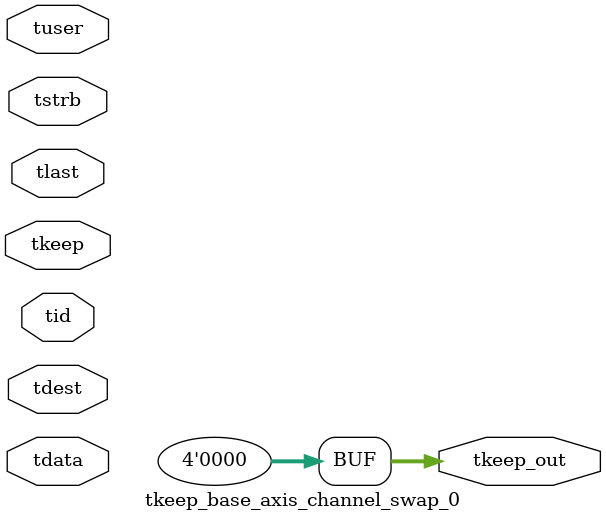
<source format=v>


`timescale 1ps/1ps

module tkeep_base_axis_channel_swap_0 #
(
parameter C_S_AXIS_TDATA_WIDTH = 32,
parameter C_S_AXIS_TUSER_WIDTH = 0,
parameter C_S_AXIS_TID_WIDTH   = 0,
parameter C_S_AXIS_TDEST_WIDTH = 0,
parameter C_M_AXIS_TDATA_WIDTH = 32
)
(
input  [(C_S_AXIS_TDATA_WIDTH == 0 ? 1 : C_S_AXIS_TDATA_WIDTH)-1:0     ] tdata,
input  [(C_S_AXIS_TUSER_WIDTH == 0 ? 1 : C_S_AXIS_TUSER_WIDTH)-1:0     ] tuser,
input  [(C_S_AXIS_TID_WIDTH   == 0 ? 1 : C_S_AXIS_TID_WIDTH)-1:0       ] tid,
input  [(C_S_AXIS_TDEST_WIDTH == 0 ? 1 : C_S_AXIS_TDEST_WIDTH)-1:0     ] tdest,
input  [(C_S_AXIS_TDATA_WIDTH/8)-1:0 ] tkeep,
input  [(C_S_AXIS_TDATA_WIDTH/8)-1:0 ] tstrb,
input                                                                    tlast,
output [(C_M_AXIS_TDATA_WIDTH/8)-1:0 ] tkeep_out
);

assign tkeep_out = {1'b0};

endmodule


</source>
